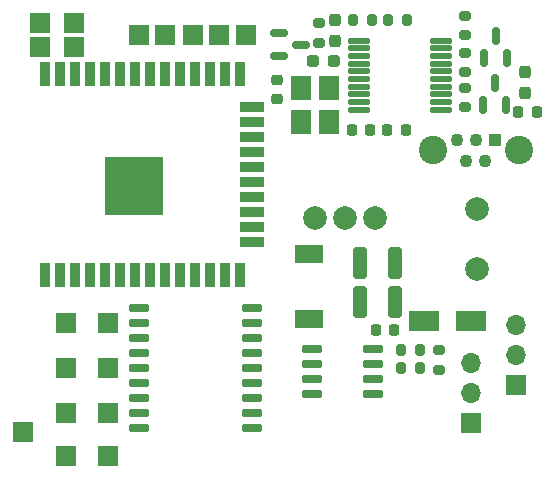
<source format=gbr>
%TF.GenerationSoftware,KiCad,Pcbnew,(5.99.0-12255-gad1ee958b0)*%
%TF.CreationDate,2022-02-21T16:34:28+02:00*%
%TF.ProjectId,pmr710-baseplate,706d7237-3130-42d6-9261-7365706c6174,rev?*%
%TF.SameCoordinates,Original*%
%TF.FileFunction,Soldermask,Top*%
%TF.FilePolarity,Negative*%
%FSLAX46Y46*%
G04 Gerber Fmt 4.6, Leading zero omitted, Abs format (unit mm)*
G04 Created by KiCad (PCBNEW (5.99.0-12255-gad1ee958b0)) date 2022-02-21 16:34:28*
%MOMM*%
%LPD*%
G01*
G04 APERTURE LIST*
G04 Aperture macros list*
%AMRoundRect*
0 Rectangle with rounded corners*
0 $1 Rounding radius*
0 $2 $3 $4 $5 $6 $7 $8 $9 X,Y pos of 4 corners*
0 Add a 4 corners polygon primitive as box body*
4,1,4,$2,$3,$4,$5,$6,$7,$8,$9,$2,$3,0*
0 Add four circle primitives for the rounded corners*
1,1,$1+$1,$2,$3*
1,1,$1+$1,$4,$5*
1,1,$1+$1,$6,$7*
1,1,$1+$1,$8,$9*
0 Add four rect primitives between the rounded corners*
20,1,$1+$1,$2,$3,$4,$5,0*
20,1,$1+$1,$4,$5,$6,$7,0*
20,1,$1+$1,$6,$7,$8,$9,0*
20,1,$1+$1,$8,$9,$2,$3,0*%
G04 Aperture macros list end*
%ADD10R,1.100000X1.100000*%
%ADD11C,1.100000*%
%ADD12C,2.400000*%
%ADD13C,2.000000*%
%ADD14RoundRect,0.200000X-0.200000X-0.275000X0.200000X-0.275000X0.200000X0.275000X-0.200000X0.275000X0*%
%ADD15R,2.500000X1.800000*%
%ADD16RoundRect,0.200000X-0.275000X0.200000X-0.275000X-0.200000X0.275000X-0.200000X0.275000X0.200000X0*%
%ADD17R,1.700000X1.700000*%
%ADD18O,1.700000X1.700000*%
%ADD19RoundRect,0.200000X0.275000X-0.200000X0.275000X0.200000X-0.275000X0.200000X-0.275000X-0.200000X0*%
%ADD20RoundRect,0.150000X0.150000X-0.587500X0.150000X0.587500X-0.150000X0.587500X-0.150000X-0.587500X0*%
%ADD21RoundRect,0.250000X-0.325000X-1.100000X0.325000X-1.100000X0.325000X1.100000X-0.325000X1.100000X0*%
%ADD22RoundRect,0.150000X-0.587500X-0.150000X0.587500X-0.150000X0.587500X0.150000X-0.587500X0.150000X0*%
%ADD23RoundRect,0.237500X-0.237500X0.287500X-0.237500X-0.287500X0.237500X-0.287500X0.237500X0.287500X0*%
%ADD24R,1.800000X2.100000*%
%ADD25RoundRect,0.225000X0.225000X0.250000X-0.225000X0.250000X-0.225000X-0.250000X0.225000X-0.250000X0*%
%ADD26RoundRect,0.125000X-0.825000X-0.125000X0.825000X-0.125000X0.825000X0.125000X-0.825000X0.125000X0*%
%ADD27RoundRect,0.237500X-0.287500X-0.237500X0.287500X-0.237500X0.287500X0.237500X-0.287500X0.237500X0*%
%ADD28RoundRect,0.225000X-0.225000X-0.250000X0.225000X-0.250000X0.225000X0.250000X-0.225000X0.250000X0*%
%ADD29R,0.900000X2.000000*%
%ADD30R,2.000000X0.900000*%
%ADD31R,5.000000X5.000000*%
%ADD32RoundRect,0.200000X0.200000X0.275000X-0.200000X0.275000X-0.200000X-0.275000X0.200000X-0.275000X0*%
%ADD33RoundRect,0.225000X0.250000X-0.225000X0.250000X0.225000X-0.250000X0.225000X-0.250000X-0.225000X0*%
%ADD34RoundRect,0.237500X0.237500X-0.287500X0.237500X0.287500X-0.237500X0.287500X-0.237500X-0.287500X0*%
%ADD35RoundRect,0.150000X-0.725000X-0.150000X0.725000X-0.150000X0.725000X0.150000X-0.725000X0.150000X0*%
%ADD36R,2.400000X1.500000*%
%ADD37RoundRect,0.150000X0.725000X0.150000X-0.725000X0.150000X-0.725000X-0.150000X0.725000X-0.150000X0*%
G04 APERTURE END LIST*
D10*
%TO.C,J1*%
X145600000Y-51175000D03*
D11*
X144800000Y-52925000D03*
X144000000Y-51175000D03*
X143200000Y-52925000D03*
X142400000Y-51175000D03*
D12*
X140350000Y-52050000D03*
X147650000Y-52050000D03*
%TD*%
D13*
%TO.C,F1*%
X144090000Y-62140000D03*
X144100000Y-57060000D03*
%TD*%
D14*
%TO.C,R24*%
X133575000Y-41000000D03*
X135225000Y-41000000D03*
%TD*%
D15*
%TO.C,D1*%
X143600000Y-66500000D03*
X139600000Y-66500000D03*
%TD*%
D16*
%TO.C,R21*%
X130700000Y-41275000D03*
X130700000Y-42925000D03*
%TD*%
D17*
%TO.C,J3*%
X107100000Y-43300000D03*
%TD*%
%TO.C,P2*%
X143600000Y-75125000D03*
D18*
X143600000Y-72585000D03*
X143600000Y-70045000D03*
%TD*%
D19*
%TO.C,R3*%
X140900000Y-70625000D03*
X140900000Y-68975000D03*
%TD*%
D20*
%TO.C,Q9*%
X144650000Y-48237500D03*
X146550000Y-48237500D03*
X145600000Y-46362500D03*
%TD*%
%TO.C,Q10*%
X144750000Y-44237500D03*
X146650000Y-44237500D03*
X145700000Y-42362500D03*
%TD*%
D21*
%TO.C,C2*%
X134225000Y-61600000D03*
X137175000Y-61600000D03*
%TD*%
D22*
%TO.C,D5*%
X127362500Y-42150000D03*
X127362500Y-44050000D03*
X129237500Y-43100000D03*
%TD*%
D23*
%TO.C,D4*%
X148200000Y-45425000D03*
X148200000Y-47175000D03*
%TD*%
D24*
%TO.C,Y1*%
X129250000Y-46750000D03*
X129250000Y-49650000D03*
X131550000Y-49650000D03*
X131550000Y-46750000D03*
%TD*%
D25*
%TO.C,C6*%
X135075000Y-50300000D03*
X133525000Y-50300000D03*
%TD*%
D17*
%TO.C,J15*%
X109300000Y-70500000D03*
%TD*%
%TO.C,J9*%
X124600000Y-42300000D03*
%TD*%
%TO.C,J6*%
X117700000Y-42300000D03*
%TD*%
D26*
%TO.C,U4*%
X134100000Y-42775000D03*
X134100000Y-43425000D03*
X134100000Y-44075000D03*
X134100000Y-44725000D03*
X134100000Y-45375000D03*
X134100000Y-46025000D03*
X134100000Y-46675000D03*
X134100000Y-47325000D03*
X134100000Y-47975000D03*
X134100000Y-48625000D03*
X141100000Y-48625000D03*
X141100000Y-47975000D03*
X141100000Y-47325000D03*
X141100000Y-46675000D03*
X141100000Y-46025000D03*
X141100000Y-45375000D03*
X141100000Y-44725000D03*
X141100000Y-44075000D03*
X141100000Y-43425000D03*
X141100000Y-42775000D03*
%TD*%
D14*
%TO.C,R1*%
X137675000Y-69000000D03*
X139325000Y-69000000D03*
%TD*%
D17*
%TO.C,J8*%
X122300000Y-42300000D03*
%TD*%
%TO.C,J13*%
X109300000Y-74300000D03*
%TD*%
%TO.C,P1*%
X147400000Y-71925000D03*
D18*
X147400000Y-69385000D03*
X147400000Y-66845000D03*
%TD*%
D17*
%TO.C,J14*%
X112900000Y-70500000D03*
%TD*%
%TO.C,J18*%
X107100000Y-41300000D03*
%TD*%
D14*
%TO.C,R2*%
X137675000Y-70500000D03*
X139325000Y-70500000D03*
%TD*%
D25*
%TO.C,C8*%
X149175000Y-48800000D03*
X147625000Y-48800000D03*
%TD*%
D19*
%TO.C,R23*%
X143100000Y-45425000D03*
X143100000Y-43775000D03*
%TD*%
D17*
%TO.C,J7*%
X120100000Y-42300000D03*
%TD*%
%TO.C,J17*%
X112900000Y-66700000D03*
%TD*%
D27*
%TO.C,D3*%
X130225000Y-44500000D03*
X131975000Y-44500000D03*
%TD*%
D17*
%TO.C,J10*%
X112900000Y-77900000D03*
%TD*%
%TO.C,J11*%
X112900000Y-74300000D03*
%TD*%
%TO.C,J12*%
X109300000Y-77900000D03*
%TD*%
D28*
%TO.C,C3*%
X135525000Y-67300000D03*
X137075000Y-67300000D03*
%TD*%
D29*
%TO.C,U1*%
X107545000Y-62600000D03*
X108815000Y-62600000D03*
X110085000Y-62600000D03*
X111355000Y-62600000D03*
X112625000Y-62600000D03*
X113895000Y-62600000D03*
X115165000Y-62600000D03*
X116435000Y-62600000D03*
X117705000Y-62600000D03*
X118975000Y-62600000D03*
X120245000Y-62600000D03*
X121515000Y-62600000D03*
X122785000Y-62600000D03*
X124055000Y-62600000D03*
D30*
X125055000Y-59815000D03*
X125055000Y-58545000D03*
X125055000Y-57275000D03*
X125055000Y-56005000D03*
X125055000Y-54735000D03*
X125055000Y-53465000D03*
X125055000Y-52195000D03*
X125055000Y-50925000D03*
X125055000Y-49655000D03*
X125055000Y-48385000D03*
D29*
X124055000Y-45600000D03*
X122785000Y-45600000D03*
X121515000Y-45600000D03*
X120245000Y-45600000D03*
X118975000Y-45600000D03*
X117705000Y-45600000D03*
X116435000Y-45600000D03*
X115165000Y-45600000D03*
X113895000Y-45600000D03*
X112625000Y-45600000D03*
X111355000Y-45600000D03*
X110085000Y-45600000D03*
X108815000Y-45600000D03*
X107545000Y-45600000D03*
D31*
X115045000Y-55100000D03*
%TD*%
D32*
%TO.C,R20*%
X138225000Y-41000000D03*
X136575000Y-41000000D03*
%TD*%
D33*
%TO.C,C5*%
X127200000Y-47675000D03*
X127200000Y-46125000D03*
%TD*%
D16*
%TO.C,R22*%
X143100000Y-46775000D03*
X143100000Y-48425000D03*
%TD*%
D17*
%TO.C,J4*%
X115500000Y-42300000D03*
%TD*%
%TO.C,J2*%
X110000000Y-43300000D03*
%TD*%
D28*
%TO.C,C7*%
X136525000Y-50300000D03*
X138075000Y-50300000D03*
%TD*%
D34*
%TO.C,D2*%
X132100000Y-42775000D03*
X132100000Y-41025000D03*
%TD*%
D35*
%TO.C,U3*%
X130125000Y-68895000D03*
X130125000Y-70165000D03*
X130125000Y-71435000D03*
X130125000Y-72705000D03*
X135275000Y-72705000D03*
X135275000Y-71435000D03*
X135275000Y-70165000D03*
X135275000Y-68895000D03*
%TD*%
D21*
%TO.C,C1*%
X134225000Y-64900000D03*
X137175000Y-64900000D03*
%TD*%
D17*
%TO.C,J5*%
X110000000Y-41300000D03*
%TD*%
D13*
%TO.C,U2*%
X130360000Y-57750000D03*
X132900000Y-57750000D03*
X135440000Y-57750000D03*
%TD*%
D36*
%TO.C,L1*%
X129900000Y-66350000D03*
X129900000Y-60850000D03*
%TD*%
D19*
%TO.C,R25*%
X143100000Y-42325000D03*
X143100000Y-40675000D03*
%TD*%
D37*
%TO.C,U5*%
X125075000Y-75580000D03*
X125075000Y-74310000D03*
X125075000Y-73040000D03*
X125075000Y-71770000D03*
X125075000Y-70500000D03*
X125075000Y-69230000D03*
X125075000Y-67960000D03*
X125075000Y-66690000D03*
X125075000Y-65420000D03*
X115525000Y-65420000D03*
X115525000Y-66690000D03*
X115525000Y-67960000D03*
X115525000Y-69230000D03*
X115525000Y-70500000D03*
X115525000Y-71770000D03*
X115525000Y-73040000D03*
X115525000Y-74310000D03*
X115525000Y-75580000D03*
%TD*%
D17*
%TO.C,J16*%
X109300000Y-66700000D03*
%TD*%
%TO.C,J19*%
X105700000Y-75900000D03*
%TD*%
M02*

</source>
